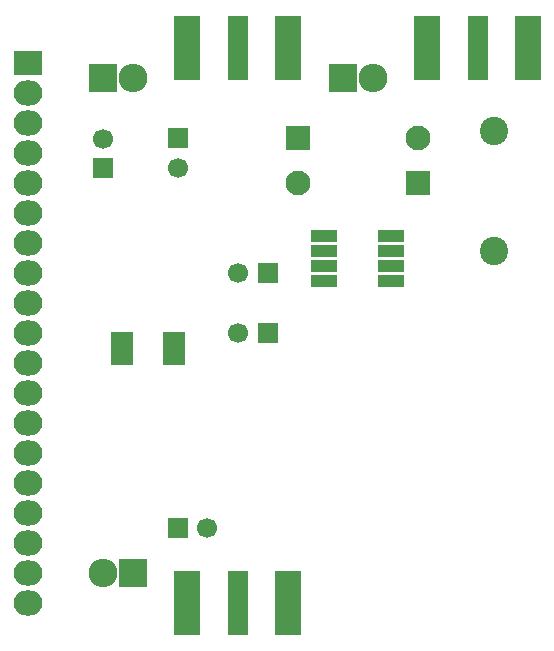
<source format=gbr>
G04 #@! TF.FileFunction,Soldermask,Top*
%FSLAX46Y46*%
G04 Gerber Fmt 4.6, Leading zero omitted, Abs format (unit mm)*
G04 Created by KiCad (PCBNEW 4.0.6-e0-6349~53~ubuntu16.04.1) date Thu Oct  5 16:52:54 2017*
%MOMM*%
%LPD*%
G01*
G04 APERTURE LIST*
%ADD10C,0.100000*%
%ADD11R,1.700000X1.700000*%
%ADD12C,1.700000*%
%ADD13C,2.099260*%
%ADD14R,2.099260X2.099260*%
%ADD15R,2.432000X2.127200*%
%ADD16O,2.432000X2.127200*%
%ADD17R,2.178000X5.480000*%
%ADD18R,1.670000X5.480000*%
%ADD19R,2.432000X2.432000*%
%ADD20O,2.432000X2.432000*%
%ADD21R,1.850000X0.850000*%
%ADD22R,2.200000X1.000000*%
%ADD23C,2.398980*%
G04 APERTURE END LIST*
D10*
D11*
X93980000Y-132080000D03*
D12*
X93980000Y-129580000D03*
D11*
X100330000Y-129540000D03*
D12*
X100330000Y-132040000D03*
D11*
X100330000Y-162560000D03*
D12*
X102830000Y-162560000D03*
D11*
X107950000Y-140970000D03*
D12*
X105450000Y-140970000D03*
D11*
X107950000Y-146050000D03*
D12*
X105450000Y-146050000D03*
D13*
X120650520Y-129537460D03*
D14*
X110490520Y-129537460D03*
D13*
X110489480Y-133352540D03*
D14*
X120649480Y-133352540D03*
D15*
X87630000Y-123190000D03*
D16*
X87630000Y-125730000D03*
X87630000Y-128270000D03*
X87630000Y-130810000D03*
X87630000Y-133350000D03*
X87630000Y-135890000D03*
X87630000Y-138430000D03*
X87630000Y-140970000D03*
X87630000Y-143510000D03*
X87630000Y-146050000D03*
X87630000Y-148590000D03*
X87630000Y-151130000D03*
X87630000Y-153670000D03*
X87630000Y-156210000D03*
X87630000Y-158750000D03*
X87630000Y-161290000D03*
X87630000Y-163830000D03*
X87630000Y-166370000D03*
X87630000Y-168910000D03*
D17*
X101155500Y-168910000D03*
X109664500Y-168910000D03*
D18*
X105410000Y-168910000D03*
D19*
X96520000Y-166370000D03*
D20*
X93980000Y-166370000D03*
D17*
X121475500Y-121920000D03*
X129984500Y-121920000D03*
D18*
X125730000Y-121920000D03*
D17*
X101155500Y-121920000D03*
X109664500Y-121920000D03*
D18*
X105410000Y-121920000D03*
D19*
X114300000Y-124460000D03*
D20*
X116840000Y-124460000D03*
D19*
X93980000Y-124460000D03*
D20*
X96520000Y-124460000D03*
D21*
X95590000Y-146345000D03*
X95590000Y-146995000D03*
X95590000Y-147645000D03*
X95590000Y-148295000D03*
X99990000Y-148295000D03*
X99990000Y-147645000D03*
X99990000Y-146995000D03*
X99990000Y-146345000D03*
D22*
X112720000Y-137795000D03*
X112720000Y-139065000D03*
X112720000Y-140335000D03*
X112720000Y-141605000D03*
X118420000Y-141605000D03*
X118420000Y-140335000D03*
X118420000Y-139065000D03*
X118420000Y-137795000D03*
D23*
X127127000Y-128905000D03*
X127127000Y-139065000D03*
M02*

</source>
